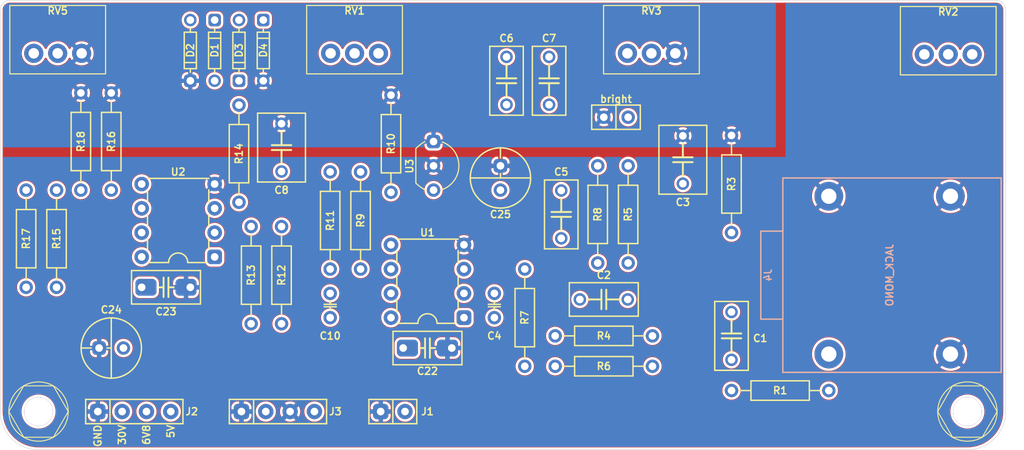
<source format=kicad_pcb>
(kicad_pcb (version 20211014) (generator pcbnew)
  (layers (0 "F.Cu" signal) (31 "B.Cu" signal) (34 "B.Paste" user) (35 "F.Paste" user) (36 "B.SilkS" user "B.Silkscreen") (37 "F.SilkS" user "F.Silkscreen") (38 "B.Mask" user) (39 "F.Mask" user) (44 "Edge.Cuts" user))
  (net 0 "")
  (net 1 "+24V")
  (net 2 "GND")
  (net 3 "Net-(C1-Pad1)")
  (net 4 "Net-(D1-Pad2)")
  (net 5 "Net-(C1-Pad2)")
  (net 6 "Net-(C2-Pad1)")
  (net 7 "Net-(R10-Pad2)")
  (net 8 "Net-(C2-Pad2)")
  (net 9 "Net-(C3-Pad2)")
  (net 10 "Net-(C4-Pad2)")
  (net 11 "Net-(C8-Pad2)")
  (net 12 "Net-(C10-Pad1)")
  (net 13 "Net-(C10-Pad2)")
  (net 14 "/PA_OUT")
  (net 15 "/VGND")
  (net 16 "Net-(C6-Pad1)")
  (net 17 "Net-(D1-Pad1)")
  (net 22 "Net-(D3-Pad2)")
  (net 23 "Net-(J4-Pad6)")
  (net 24 "Net-(R4-Pad1)")
  (net 25 "Net-(R9-Pad1)")
  (net 26 "Net-(R13-Pad1)")
  (net 27 "Net-(R15-Pad1)")
  (net 28 "Net-(R15-Pad2)")
  (net 29 "Net-(R16-Pad2)")
  (net 30 "Net-(RV5-Pad3)")
  (net 31 "/BRT")
  (net 32 "/TRB")
  (net 33 "/BAS")
  (net 34 "/MID")
  (footprint "myAmp:PIN_1x04" (layer "F.Cu") (at 79 93)
    (fp_text reference "J3" (at 6 0 180) (layer "F.SilkS") (effects (font (size 0.75 0.75))))
    (fp_text value "CONN_01X04")
    (fp_line (start 5.08 -1.27) (end 5.08 1.27) (layer "F.SilkS") (width 0.15))
    (fp_line (start -2.54 1.27) (end -2.54 -1.27) (layer "F.SilkS") (width 0.15))
    (fp_line (start 5.08 1.27) (end -5.08 1.27) (layer "F.SilkS") (width 0.15))
    (fp_line (start -5.08 -1.27) (end -5.08 1.27) (layer "F.SilkS") (width 0.15))
    (fp_line (start -5.08 -1.27) (end 5.08 -1.27) (layer "F.SilkS") (width 0.15))
    (pad "1" thru_hole roundrect locked (at -3.81 0) (size 1.6 1.6) (drill 0.8) (layers *.Cu *.Mask) (net 2 "GND"))
    (pad "2" thru_hole circle locked (at -1.27 0) (size 1.6 1.6) (drill 0.8) (layers *.Cu *.Mask) (net 14 "/PA_OUT"))
    (pad "3" thru_hole circle locked (at 1.27 0) (size 1.6 1.6) (drill 0.8) (layers *.Cu *.Mask) (net 2 "GND"))
    (pad "4" thru_hole circle locked (at 3.81 0) (size 1.6 1.6) (drill 0.8) (layers *.Cu *.Mask) (net 14 "/PA_OUT"))
  )
  (footprint "myAmp:MountingHole" (layer "F.Cu") (at 54 93)
    (fp_text reference "J5" hide)
    (fp_text value "HOLE" hide)
    (fp_line (start -1.55 2.684) (end 1.55 2.684) (layer "F.SilkS") (width 0.1))
    (fp_line (start -1.55 -2.684) (end -3.1 0) (layer "F.SilkS") (width 0.1))
    (fp_line (start 1.55 -2.684) (end -1.55 -2.684) (layer "F.SilkS") (width 0.1))
    (fp_line (start 1.55 2.684) (end 3.1 0) (layer "F.SilkS") (width 0.1))
    (fp_line (start -3.1 0) (end -1.55 2.684) (layer "F.SilkS") (width 0.1))
    (fp_line (start 3.1 0) (end 1.55 -2.684) (layer "F.SilkS") (width 0.1))
    (fp_circle (center 0 0) (end 3.1 0) (layer "F.SilkS") (width 0.1) (fill none))
    (pad "1" thru_hole circle locked (at 0 0) (size 3 3) (drill 3) (layers *.Cu *.Mask))
  )
  (footprint "myAmp:MountingHole" (layer "F.Cu") (at 151 93)
    (fp_text reference "J7" hide)
    (fp_text value "HOLE" hide)
    (fp_line (start 3.1 0) (end 1.55 -2.684) (layer "F.SilkS") (width 0.1))
    (fp_line (start -1.55 -2.684) (end -3.1 0) (layer "F.SilkS") (width 0.1))
    (fp_line (start -3.1 0) (end -1.55 2.684) (layer "F.SilkS") (width 0.1))
    (fp_line (start 1.55 -2.684) (end -1.55 -2.684) (layer "F.SilkS") (width 0.1))
    (fp_line (start 1.55 2.684) (end 3.1 0) (layer "F.SilkS") (width 0.1))
    (fp_line (start -1.55 2.684) (end 1.55 2.684) (layer "F.SilkS") (width 0.1))
    (fp_circle (center 0 0) (end 3.1 0) (layer "F.SilkS") (width 0.1) (fill none))
    (pad "1" thru_hole circle locked (at 0 0) (size 3 3) (drill 3) (layers *.Cu *.Mask))
  )
  (footprint "myAmp:POWER" (layer "F.Cu") (at 64 93)
    (fp_text reference "J2" (at 6 0) (layer "F.SilkS") (effects (font (size 0.75 0.75))))
    (fp_text value "POWER" hide)
    (fp_text user "6V8" (at 1.27 1.3 90 unlocked) (layer "F.SilkS") (effects (font (size 0.75 0.75)) (justify right)))
    (fp_text user "5V" (at 3.81 1.3 90 unlocked) (layer "F.SilkS") (effects (font (size 0.75 0.75)) (justify right)))
    (fp_text user "GND" (at -3.81 1.3 90 unlocked) (layer "F.SilkS") (effects (font (size 0.75 0.75)) (justify right)))
    (fp_text user "30V" (at -1.27 1.3 90 unlocked) (layer "F.SilkS") (effects (font (size 0.75 0.75)) (justify right)))
    (fp_line (start 5.08 1.27) (end -5.08 1.27) (layer "F.SilkS") (width 0.15))
    (fp_line (start -5.08 -1.27) (end 5.08 -1.27) (layer "F.SilkS") (width 0.15))
    (fp_line (start 5.08 -1.27) (end 5.08 1.27) (layer "F.SilkS") (width 0.15))
    (fp_line (start -2.54 1.27) (end -2.54 -1.27) (layer "F.SilkS") (width 0.15))
    (fp_line (start -5.08 -1.27) (end -5.08 1.27) (layer "F.SilkS") (width 0.15))
    (pad "1" thru_hole roundrect (at -3.81 0) (size 1.6 1.6) (drill 0.8) (layers *.Cu *.Mask) (net 2 "GND"))
    (pad "2" thru_hole circle (at -1.27 0) (size 1.6 1.6) (drill 0.8) (layers *.Cu *.Mask) (net 1 "+24V"))
    (pad "3" thru_hole circle (at 1.27 0) (size 1.6 1.6) (drill 0.8) (layers *.Cu *.Mask))
    (pad "4" thru_hole circle (at 3.81 0) (size 1.6 1.6) (drill 0.8) (layers *.Cu *.Mask))
  )
  (footprint "myAmp:C_FILM_L7.2mm_W5.5mm_P5.00mm" (layer "F.Cu") (at 121.285 66.675 -90)
    (fp_text reference "C3" (at 4.445 0) (layer "F.SilkS") (effects (font (size 0.75 0.75))))
    (fp_text value "1u" hide)
    (fp_line (start -3.6 -2.5) (end -3.6 2.5) (layer "F.SilkS") (width 0.15))
    (fp_line (start 0.254 -1.016) (end 0.254 1.016) (layer "F.SilkS") (width 0.2))
    (fp_line (start 3.6 2.5) (end 3.6 -2.5) (layer "F.SilkS") (width 0.15))
    (fp_line (start -0.2645 0) (end -1.725 0) (layer "F.SilkS") (width 0.2))
    (fp_line (start 0.254 0) (end 1.725 0) (layer "F.SilkS") (width 0.2))
    (fp_line (start -3.6 2.5) (end 3.6 2.5) (layer "F.SilkS") (width 0.15))
    (fp_line (start 3.6 -2.5) (end -3.6 -2.5) (layer "F.SilkS") (width 0.15))
    (fp_line (start -0.254 -1.016) (end -0.254 1.016) (layer "F.SilkS") (width 0.2))
    (pad "1" thru_hole circle (at -2.5 0 270) (size 1.3 1.3) (drill 0.8) (layers *.Cu *.Mask) (net 15 "/VGND"))
    (pad "2" thru_hole circle (at 2.5 0 270) (size 1.3 1.3) (drill 0.8) (layers *.Cu *.Mask) (net 9 "Net-(C3-Pad2)"))
  )
  (footprint "myAmp:C_2.5MM" (layer "F.Cu") (at 101.6 81.915 -90)
    (fp_text reference "C4" (at 3.175 0) (layer "F.SilkS") (effects (font (size 0.75 0.75))))
    (fp_text value "120p" hide)
    (fp_line (start -0.127 -0.635) (end -0.127 0.635) (layer "F.SilkS") (width 0.15))
    (fp_line (start -0.127 0) (end -0.45 0) (layer "F.SilkS") (width 0.15))
    (fp_line (start 0.127 0.635) (end 0.127 -0.635) (layer "F.SilkS") (width 0.15))
    (fp_line (start 0.127 0) (end 0.45 0) (layer "F.SilkS") (width 0.15))
    (pad "1" thru_hole circle (at -1.27 0 270) (size 1.4 1.4) (drill 0.8) (layers *.Cu *.Mask) (net 8 "Net-(C2-Pad2)"))
    (pad "2" thru_hole circle (at 1.27 0 270) (size 1.4 1.4) (drill 0.8) (layers *.Cu *.Mask) (net 10 "Net-(C4-Pad2)"))
  )
  (footprint "myAmp:DO35" (layer "F.Cu") (at 69.85 55.245 90)
    (fp_text reference "D2" (at 0 0 90) (layer "F.SilkS") (effects (font (size 0.75 0.75))))
    (fp_text value "1N4148")
    (fp_line (start -1.905 0.635) (end 1.905 0.635) (layer "F.SilkS") (width 0.15))
    (fp_line (start 1.905 0.635) (end 1.905 -0.635) (layer "F.SilkS") (width 0.15))
    (fp_line (start -1.27 -0.635) (end -1.27 0.635) (layer "F.SilkS") (width 0.15))
    (fp_line (start 1.905 -0.635) (end -1.905 -0.635) (layer "F.SilkS") (width 0.15))
    (fp_line (start -1.905 -0.635) (end -1.905 0.635) (layer "F.SilkS") (width 0.15))
    (fp_line (start 1.905 0) (end 2.286 0) (layer "F.SilkS") (width 0.15))
    (fp_line (start -1.905 0) (end -2.286 0) (layer "F.SilkS") (width 0.15))
    (pad "1" thru_hole roundrect (at -3.175 0 90) (size 1.3 1.3) (drill 0.8) (layers *.Cu *.Mask) (net 15 "/VGND"))
    (pad "2" thru_hole circle (at 3.175 0 90) (size 1.3 1.3) (drill 0.8) (layers *.Cu *.Mask) (net 17 "Net-(D1-Pad1)"))
  )
  (footprint "myAmp:R_10MM" (layer "F.Cu") (at 126.365 69.215 -90)
    (fp_text reference "R3" (at 0 0 90) (layer "F.SilkS") (effects (font (size 0.75 0.75))))
    (fp_text value "1M" hide)
    (fp_line (start 3.048 -1.016) (end 3.048 1.016) (layer "F.SilkS") (width 0.15))
    (fp_line (start -3.048 0) (end -4.275 0) (layer "F.SilkS") (width 0.15))
    (fp_line (start -3.048 -1.016) (end 3.048 -1.016) (layer "F.SilkS") (width 0.15))
    (fp_line (start -3.048 1.016) (end 3.048 1.016) (layer "F.SilkS") (width 0.15))
    (fp_line (start 3.048 0) (end 4.275 0) (layer "F.SilkS") (width 0.15))
    (fp_line (start -3.048 -1.016) (end -3.048 1.016) (layer "F.SilkS") (width 0.15))
    (pad "1" thru_hole circle (at -5.08 0 270) (size 1.4 1.4) (drill 0.8) (layers *.Cu *.Mask) (net 15 "/VGND"))
    (pad "2" thru_hole circle (at 5.08 0 270) (size 1.4 1.4) (drill 0.8) (layers *.Cu *.Mask) (net 5 "Net-(C1-Pad2)"))
  )
  (footprint "myAmp:R_10MM" (layer "F.Cu") (at 115.57 72.39 -90)
    (fp_text reference "R5" (at 0 0 90) (layer "F.SilkS") (effects (font (size 0.75 0.75))))
    (fp_text value "1k" hide)
    (fp_line (start -3.048 0) (end -4.275 0) (layer "F.SilkS") (width 0.15))
    (fp_line (start 3.048 0) (end 4.275 0) (layer "F.SilkS") (width 0.15))
    (fp_line (start -3.048 1.016) (end 3.048 1.016) (layer "F.SilkS") (width 0.15))
    (fp_line (start 3.048 -1.016) (end 3.048 1.016) (layer "F.SilkS") (width 0.15))
    (fp_line (start -3.048 -1.016) (end -3.048 1.016) (layer "F.SilkS") (width 0.15))
    (fp_line (start -3.048 -1.016) (end 3.048 -1.016) (layer "F.SilkS") (width 0.15))
    (pad "1" thru_hole circle (at -5.08 0 270) (size 1.4 1.4) (drill 0.8) (layers *.Cu *.Mask) (net 31 "/BRT"))
    (pad "2" thru_hole circle (at 5.08 0 270) (size 1.4 1.4) (drill 0.8) (layers *.Cu *.Mask) (net 6 "Net-(C2-Pad1)"))
  )
  (footprint "myAmp:R_10MM" (layer "F.Cu") (at 113.03 88.265 180)
    (fp_text reference "R6" (at 0 0) (layer "F.SilkS") (effects (font (size 0.75 0.75))))
    (fp_text value "4k7" hide)
    (fp_line (start -3.048 1.016) (end 3.048 1.016) (layer "F.SilkS") (width 0.15))
    (fp_line (start -3.048 0) (end -4.275 0) (layer "F.SilkS") (width 0.15))
    (fp_line (start -3.048 -1.016) (end 3.048 -1.016) (layer "F.SilkS") (width 0.15))
    (fp_line (start -3.048 -1.016) (end -3.048 1.016) (layer "F.SilkS") (width 0.15))
    (fp_line (start 3.048 -1.016) (end 3.048 1.016) (layer "F.SilkS") (width 0.15))
    (fp_line (start 3.048 0) (end 4.275 0) (layer "F.SilkS") (width 0.15))
    (pad "1" thru_hole circle (at -5.08 0 180) (size 1.4 1.4) (drill 0.8) (layers *.Cu *.Mask) (net 9 "Net-(C3-Pad2)"))
    (pad "2" thru_hole circle (at 5.08 0 180) (size 1.4 1.4) (drill 0.8) (layers *.Cu *.Mask) (net 8 "Net-(C2-Pad2)"))
  )
  (footprint "myAmp:C_FILM_L7.2mm_W3.5mm_P5.00mm" (layer "F.Cu") (at 108.585 72.39 90)
    (fp_text reference "C5" (at 4.445 0) (layer "F.SilkS") (effects (font (size 0.75 0.75))))
    (fp_text value "250p" hide)
    (fp_line (start -0.254 -1.016) (end -0.254 1.016) (layer "F.SilkS") (width 0.2))
    (fp_line (start -3.6 -1.75) (end -3.6 1.75) (layer "F.SilkS") (width 0.15))
    (fp_line (start -3.6 1.75) (end 3.6 1.75) (layer "F.SilkS") (width 0.15))
    (fp_line (start 0.254 0) (end 1.725 0) (layer "F.SilkS") (width 0.2))
    (fp_line (start 0.254 -1.016) (end 0.254 1.016) (layer "F.SilkS") (width 0.2))
    (fp_line (start 3.6 -1.75) (end -3.6 -1.75) (layer "F.SilkS") (width 0.15))
    (fp_line (start -0.254 0) (end -1.725 0) (layer "F.SilkS") (width 0.2))
    (fp_line (start 3.6 1.75) (end 3.6 -1.75) (layer "F.SilkS") (width 0.15))
    (pad "1" thru_hole circle (at -2.5 0 90) (size 1.3 1.3) (drill 0.8) (layers *.Cu *.Mask) (net 10 "Net-(C4-Pad2)"))
    (pad "2" thru_hole circle (at 2.5 0 90) (size 1.3 1.3) (drill 0.8) (layers *.Cu *.Mask) (net 32 "/TRB"))
  )
  (footprint "myAmp:DO35" (layer "F.Cu") (at 74.93 55.245 90)
    (fp_text reference "D3" (at 0 0 90) (layer "F.SilkS") (effects (font (size 0.75 0.75))))
    (fp_text value "1N4148")
    (fp_line (start 1.905 0) (end 2.286 0) (layer "F.SilkS") (width 0.15))
    (fp_line (start -1.905 0.635) (end 1.905 0.635) (layer "F.SilkS") (width 0.15))
    (fp_line (start 1.905 0.635) (end 1.905 -0.635) (layer "F.SilkS") (width 0.15))
    (fp_line (start 1.905 -0.635) (end -1.905 -0.635) (layer "F.SilkS") (width 0.15))
    (fp_line (start -1.27 -0.635) (end -1.27 0.635) (layer "F.SilkS") (width 0.15))
    (fp_line (start -1.905 -0.635) (end -1.905 0.635) (layer "F.SilkS") (width 0.15))
    (fp_line (start -1.905 0) (end -2.286 0) (layer "F.SilkS") (width 0.15))
    (pad "1" thru_hole roundrect (at -3.175 0 90) (size 1.3 1.3) (drill 0.8) (layers *.Cu *.Mask) (net 4 "Net-(D1-Pad2)"))
    (pad "2" thru_hole circle (at 3.175 0 90) (size 1.3 1.3) (drill 0.8) (layers *.Cu *.Mask) (net 22 "Net-(D3-Pad2)"))
  )
  (footprint "myAmp:DO35" (layer "F.Cu") (at 77.47 55.245 -90)
    (fp_text reference "D4" (at 0 0 90) (layer "F.SilkS") (effects (font (size 0.75 0.75))))
    (fp_text value "1N4148")
    (fp_line (start 1.905 -0.635) (end -1.905 -0.635) (layer "F.SilkS") (width 0.15))
    (fp_line (start 1.905 0) (end 2.286 0) (layer "F.SilkS") (width 0.15))
    (fp_line (start 1.905 0.635) (end 1.905 -0.635) (layer "F.SilkS") (width 0.15))
    (fp_line (start -1.27 -0.635) (end -1.27 0.635) (layer "F.SilkS") (width 0.15))
    (fp_line (start -1.905 0.635) (end 1.905 0.635) (layer "F.SilkS") (width 0.15))
    (fp_line (start -1.905 0) (end -2.286 0) (layer "F.SilkS") (width 0.15))
    (fp_line (start -1.905 -0.635) (end -1.905 0.635) (layer "F.SilkS") (width 0.15))
    (pad "1" thru_hole roundrect (at -3.175 0 270) (size 1.3 1.3) (drill 0.8) (layers *.Cu *.Mask) (net 22 "Net-(D3-Pad2)"))
    (pad "2" thru_hole circle (at 3.175 0 270) (size 1.3 1.3) (drill 0.8) (layers *.Cu *.Mask) (net 15 "/VGND"))
  )
  (footprint "myAmp:R_10MM" (layer "F.Cu") (at 104.775 83.185 -90)
    (fp_text reference "R7" (at 0 0 -270) (layer "F.SilkS") (effects (font (size 0.75 0.75))))
    (fp_text value "47k" hide)
    (fp_line (start -3.048 0) (end -4.275 0) (layer "F.SilkS") (width 0.15))
    (fp_line (start 3.048 0) (end 4.275 0) (layer "F.SilkS") (width 0.15))
    (fp_line (start -3.048 -1.016) (end -3.048 1.016) (layer "F.SilkS") (width 0.15))
    (fp_line (start -3.048 1.016) (end 3.048 1.016) (layer "F.SilkS") (width 0.15))
    (fp_line (start 3.048 -1.016) (end 3.048 1.016) (layer "F.SilkS") (width 0.15))
    (fp_line (start -3.048 -1.016) (end 3.048 -1.016) (layer "F.SilkS") (width 0.15))
    (pad "1" thru_hole circle (at -5.08 0 270) (size 1.4 1.4) (drill 0.8) (layers *.Cu *.Mask) (net 10 "Net-(C4-Pad2)"))
    (pad "2" thru_hole circle (at 5.08 0 270) (size 1.4 1.4) (drill 0.8) (layers *.Cu *.Mask) (net 8 "Net-(C2-Pad2)"))
  )
  (footprint "myAmp:R_10MM" (layer "F.Cu") (at 112.395 72.39 -90)
    (fp_text reference "R8" (at 0 0 90) (layer "F.SilkS") (effects (font (size 0.75 0.75))))
    (fp_text value "100k" hide)
    (fp_line (start -3.048 1.016) (end 3.048 1.016) (layer "F.SilkS") (width 0.15))
    (fp_line (start -3.048 -1.016) (end 3.048 -1.016) (layer "F.SilkS") (width 0.15))
    (fp_line (start -3.048 0) (end -4.275 0) (layer "F.SilkS") (width 0.15))
    (fp_line (start 3.048 -1.016) (end 3.048 1.016) (layer "F.SilkS") (width 0.15))
    (fp_line (start 3.048 0) (end 4.275 0) (layer "F.SilkS") (width 0.15))
    (fp_line (start -3.048 -1.016) (end -3.048 1.016) (layer "F.SilkS") (width 0.15))
    (pad "1" thru_hole circle (at -5.08 0 270) (size 1.4 1.4) (drill 0.8) (layers *.Cu *.Mask) (net 16 "Net-(C6-Pad1)"))
    (pad "2" thru_hole circle (at 5.08 0 270) (size 1.4 1.4) (drill 0.8) (layers *.Cu *.Mask) (net 10 "Net-(C4-Pad2)"))
  )
  (footprint "myAmp:C_FILM_L7.2mm_W3.5mm_P5.00mm" (layer "F.Cu") (at 113.03 81.28 180)
    (fp_text reference "C2" (at 0 2.54) (layer "F.SilkS") (effects (font (size 0.75 0.75))))
    (fp_text value "22n" hide)
    (fp_line (start -0.254 0) (end -1.725 0) (layer "F.SilkS") (width 0.2))
    (fp_line (start 0.254 -1.016) (end 0.254 1.016) (layer "F.SilkS") (width 0.2))
    (fp_line (start 0.254 0) (end 1.725 0) (layer "F.SilkS") (width 0.2))
    (fp_line (start 3.6 -1.75) (end -3.6 -1.75) (layer "F.SilkS") (width 0.15))
    (fp_line (start -3.6 -1.75) (end -3.6 1.75) (layer "F.SilkS") (width 0.15))
    (fp_line (start 3.6 1.75) (end 3.6 -1.75) (layer "F.SilkS") (width 0.15))
    (fp_line (start -0.254 -1.016) (end -0.254 1.016) (layer "F.SilkS") (width 0.2))
    (fp_line (start -3.6 1.75) (end 3.6 1.75) (layer "F.SilkS") (width 0.15))
    (pad "1" thru_hole circle (at -2.5 0 180) (size 1.3 1.3) (drill 0.8) (layers *.Cu *.Mask) (net 6 "Net-(C2-Pad1)"))
    (pad "2" thru_hole circle (at 2.5 0 180) (size 1.3 1.3) (drill 0.8) (layers *.Cu *.Mask) (net 8 "Net-(C2-Pad2)"))
  )
  (footprint "myAmp:C_FILM_L7.2mm_W3.5mm_P5.00mm" (layer "F.Cu") (at 102.87 58.42 90)
    (fp_text reference "C6" (at 4.445 0) (layer "F.SilkS") (effects (font (size 0.75 0.75))))
    (fp_text value "100n" hide)
    (fp_line (start -3.6 -1.75) (end -3.6 1.75) (layer "F.SilkS") (width 0.15))
    (fp_line (start -3.6 1.75) (end 3.6 1.75) (layer "F.SilkS") (width 0.15))
    (fp_line (start -0.254 -1.016) (end -0.254 1.016) (layer "F.SilkS") (width 0.2))
    (fp_line (start 0.254 -1.016) (end 0.254 1.016) (layer "F.SilkS") (width 0.2))
    (fp_line (start 3.6 1.75) (end 3.6 -1.75) (layer "F.SilkS") (width 0.15))
    (fp_line (start 3.6 -1.75) (end -3.6 -1.75) (layer "F.SilkS") (width 0.15))
    (fp_line (start -0.254 0) (end -1.725 0) (layer "F.SilkS") (width 0.2))
    (fp_line (start 0.254 0) (end 1.725 0) (layer "F.SilkS") (width 0.2))
    (pad "1" thru_hole circle (at -2.5 0 90) (size 1.3 1.3) (drill 0.8) (layers *.Cu *.Mask) (net 16 "Net-(C6-Pad1)"))
    (pad "2" thru_hole circle (at 2.5 0 90) (size 1.3 1.3) (drill 0.8) (layers *.Cu *.Mask) (net 33 "/BAS"))
  )
  (footprint "myAmp:C_FILM_L7.2mm_W3.5mm_P5.00mm" (layer "F.Cu") (at 107.315 58.42 90)
    (fp_text reference "C7" (at 4.445 0) (layer "F.SilkS") (effects (font (size 0.75 0.75))))
    (fp_text value "47n" hide)
    (fp_line (start -3.6 -1.75) (end -3.6 1.75) (layer "F.SilkS") (width 0.15))
    (fp_line (start -0.254 0) (end -1.725 0) (layer "F.SilkS") (width 0.2))
    (fp_line (start 3.6 -1.75) (end -3.6 -1.75) (layer "F.SilkS") (width 0.15))
    (fp_line (start 0.254 -1.016) (end 0.254 1.016) (layer "F.SilkS") (width 0.2))
    (fp_line (start 3.6 1.75) (end 3.6 -1.75) (layer "F.SilkS") (width 0.15))
    (fp_line (start -3.6 1.75) (end 3.6 1.75) (layer "F.SilkS") (width 0.15))
    (fp_line (start -0.254 -1.016) (end -0.254 1.016) (layer "F.SilkS") (width 0.2))
    (fp_line (start 0.254 0) (end 1.725 0) (layer "F.SilkS") (width 0.2))
    (pad "1" thru_hole circle (at -2.5 0 90) (size 1.3 1.3) (drill 0.8) (layers *.Cu *.Mask) (net 16 "Net-(C6-Pad1)"))
    (pad "2" thru_hole circle (at 2.5 0 90) (size 1.3 1.3) (drill 0.8) (layers *.Cu *.Mask) (net 34 "/MID"))
  )
  (footprint "myAmp:BOURNS_PTD901_xx15K" (layer "F.Cu") (at 149 55.655 180)
    (fp_text reference "RV2" (at 0 4.445) (layer "F.SilkS") (effects (font (size 0.75 0.75))))
    (fp_text value "A250k")
    (fp_line (start -5 -2.15) (end 5 -2.15) (layer "F.SilkS") (width 0.12))
    (fp_line (start -5 5) (end -5 -2.1) (layer "F.SilkS") (width 0.12))
    (fp_line (start 5 -2.1) (end 5 5) (layer "F.SilkS") (width 0.12))
    (fp_line (start 5 5) (end -5 5) (layer "F.SilkS") (width 0.12))
    (pad "1" thru_hole circle (at -2.5 0 180) (size 2 2) (drill 1.1) (layers *.Cu *.Mask) (net 34 "/MID"))
    (pad "2" thru_hole circle (at 0 0 180) (size 2 2) (drill 1.1) (layers *.Cu *.Mask) (net 33 "/BAS"))
    (pad "3" thru_hole circle (at 2.5 0 180) (size 2 2) (drill 1.1) (layers *.Cu *.Mask) (net 33 "/BAS"))
  )
  (footprint "myAmp:BOURNS_PTD901_xx15K" (layer "F.Cu") (at 118 55.55 180)
    (fp_text reference "RV3" (at 0 4.445) (layer "F.SilkS") (effects (font (size 0.75 0.75))))
    (fp_text value "B10k")
    (fp_line (start 5 5) (end -5 5) (layer "F.SilkS") (width 0.12))
    (fp_line (start -5 5) (end -5 -2.1) (layer "F.SilkS") (width 0.12))
    (fp_line (start 5 -2.1) (end 5 5) (layer "F.SilkS") (width 0.12))
    (fp_line (start -5 -2.15) (end 5 -2.15) (layer "F.SilkS") (width 0.12))
    (pad "1" thru_hole circle (at -2.5 0 180) (size 2 2) (drill 1.1) (layers *.Cu *.Mask) (net 15 "/VGND"))
    (pad "2" thru_hole circle (at 0 0 180) (size 2 2) (drill 1.1) (layers *.Cu *.Mask) (net 34 "/MID"))
    (pad "3" thru_hole circle (at 2.5 0 180) (size 2 2) (drill 1.1) (layers *.Cu *.Mask) (net 34 "/MID"))
  )
  (footprint "myAmp:R_10MM" (layer "F.Cu") (at 113.03 85.09)
    (fp_text reference "R4" (at 0 0) (layer "F.SilkS") (effects (font (size 0.75 0.75))))
    (fp_text value "1k" hide)
    (fp_line (start 3.048 0) (end 4.275 0) (layer "F.SilkS") (width 0.15))
    (fp_line (start -3.048 -1.016) (end 3.048 -1.016) (layer "F.SilkS") (width 0.15))
    (fp_line (start -3.048 1.016) (end 3.048 1.016) (layer "F.SilkS") (width 0.15))
    (fp_line (start -3.048 0) (end -4.275 0) (layer "F.SilkS") (width 0.15))
    (fp_line (start -3.048 -1.016) (end -3.048 1.016) (layer "F.SilkS") (width 0.15))
    (fp_line (start 3.048 -1.016) (end 3.048 1.016) (layer "F.SilkS") (width 0.15))
    (pad "1" thru_hole circle (at -5.08 0) (size 1.4 1.4) (drill 0.8) (layers *.Cu *.Mask) (net 24 "Net-(R4-Pad1)"))
    (pad "2" thru_hole circle (at 5.08 0) (size 1.4 1.4) (drill 0.8) (layers *.Cu *.Mask) (net 5 "Net-(C1-Pad2)"))
  )
  (footprint "myAmp:DIP-8" (layer "F.Cu") (at 94.615 79.375 180)
    (fp_text reference "U1" (at 0 5.08) (layer "F.SilkS") (effects (font (size 0.75 0.75))))
    (fp_text value "OPA2134")
    (fp_line (start -3.2 3.2) (end -3.2 1.9) (layer "F.SilkS") (width 0.15))
    (fp_line (start 3.2 0.6) (end 3.2 -0.6) (layer "F.SilkS") (width 0.15))
    (fp_line (start 3.2 -3.2) (end 3.2 -1.9) (layer "F.SilkS") (width 0.15))
    (fp_line (start -3.2 -1.9) (end -3.2 -3) (layer "F.SilkS") (width 0.15))
    (fp_line (start 3.2 3.1) (end 3.2 1.9) (layer "F.SilkS") (width 0.15))
    (fp_line (start 3.2 4.4) (end -3.2 4.4) (layer "F.SilkS") (width 0.15))
    (fp_line (start -3.2 0.6) (end -3.2 -0.6) (layer "F.SilkS") (width 0.15))
    (fp_line (start -3 -4.4) (end -1 -4.4) (layer "F.SilkS") (width 0.15))
    (fp_line (start 3.2 -4.4) (end 1 -4.4) (layer "F.SilkS") (width 0.15))
    (fp_arc (start 1 -4.4) (mid 0 -3.4) (end -1 -4.4) (layer "F.SilkS") (width 0.15))
    (pad "1" thru_hole roundrect locked (at -3.81 -3.81 180) (size 1.524 1.524) (drill 0.8) (layers *.Cu *.Mask) (net 10 "Net-(C4-Pad2)"))
    (pad "2" thru_hole circle locked (at -3.81 -1.27 180) (size 1.524 1.524) (drill 0.8) (layers *.Cu *.Mask) (net 8 "Net-(C2-Pad2)"))
    (pad "3" thru_hole circle locked (at -3.81 1.27 180) (size 1.524 1.524) (drill 0.8) (layers *.Cu *.Mask) (net 24 "Net-(R4-Pad1)"))
    (pad "4" thru_hole circle locked (at -3.81 3.81 180) (size 1.524 1.524) (drill 0.8) (layers *.Cu *.Mask) (net 2 "GND"))
    (pad "5" thru_hole circle locked (at 3.81 3.81 180) (size 1.524 1.524) (drill 0.8) (layers *.Cu *.Mask) (net 25 "Net-(R9-Pad1)"))
    (pad "6" thru_hole circle locked (at 3.81 1.27 180) (size 1.524 1.524) (drill 0.8) (layers *.Cu *.Mask) (net 12 "Net-(C10-Pad1)"))
    (pad "7" thru_hole circle locked (at 3.81 -1.27 180) (size 1.524 1.524) (drill 0.8) (layers *.Cu *.Mask) (net 13 "Net-(C10-Pad2)"))
    (pad "8" thru_hole circle locked (at 3.81 -3.81 180) (size 1.524 1.524) (drill 0.8) (layers *.Cu *.Mask) (net 1 "+24V"))
  )
  (footprint "myAmp:JUMPER" (layer "F.Cu") (at 114.3 62.23)
    (fp_text reference "SW1")
    (fp_text value "bright" (at 0 -1.905) (layer "F.SilkS") (effects (font (size 0.75 0.75))))
    (fp_line (start 2.54 -1.27) (end -2.54 -1.27) (layer "F.SilkS") (width 0.15))
    (fp_line (start -2.54 -1.27) (end -2.54 1.27) (layer "F.SilkS") (width 0.15))
    (fp_line (start -2.54 1.27) (end 2.54 1.27) (layer "F.SilkS") (width 0.15))
    (fp_line (start 2.54 1.27) (end 2.54 -1.27) (layer "F.SilkS") (width 0.15))
    (fp_line (start 0 1.27) (end 0 -1.27) (layer "F.SilkS") (width 0.15))
    (pad "1" thru_hole circle (at -1.27 0) (size 1.4 1.4) (drill 0.8) (layers *.Cu *.Mask) (net 15 "/VGND"))
    (pad "2" thru_hole circle (at 1.27 0) (size 1.4 1.4) (drill 0.8) (layers *.Cu *.Mask) (net 31 "/BRT"))
  )
  (footprint "myAmp:C_FILM_L7.2mm_W3.5mm_P5.00mm" (layer "F.Cu") (at 126.365 85.09 90)
    (fp_text reference "C1" (at -0.254 3) (layer "F.SilkS") (effects (font (size 0.75 0.75))))
    (fp_text value "47nF" hide)
    (fp_line (start -0.254 -1.016) (end -0.254 1.016) (layer "F.SilkS") (width 0.2))
    (fp_line (start -0.254 0) (end -1.725 0) (layer "F.SilkS") (width 0.2))
    (fp_line (start 0.254 -1.016) (end 0.254 1.016) (layer "F.SilkS") (width 0.2))
    (fp_line (start -3.6 1.75) (end 3.6 1.75) (layer "F.SilkS") (width 0.15))
    (fp_line (start -3.6 -1.75) (end -3.6 1.75) (layer "F.SilkS") (width 0.15))
    (fp_line (start 3.6 -1.75) (end -3.6 -1.75) (layer "F.SilkS") (width 0.15))
    (fp_line (start 3.6 1.75) (end 3.6 -1.75) (layer "F.SilkS") (width 0.15))
    (fp_line (start 0.254 0) (end 1.725 0) (layer "F.SilkS") (width 0.2))
    (pad "1" thru_hole circle (at -2.5 0 90) (size 1.3 1.3) (drill 0.8) (layers *.Cu *.Mask) (net 3 "Net-(C1-Pad1)"))
    (pad "2" thru_hole circle (at 2.5 0 90) (size 1.3 1.3) (drill 0.8) (layers *.Cu *.Mask) (net 5 "Net-(C1-Pad2)"))
  )
  (footprint "myAmp:DO35" (layer "F.Cu") (at 72.39 55.245 -90)
    (fp_text reference "D1" (at 0 0 -270) (layer "F.SilkS") (effects (font (size 0.75 0.75))))
    (fp_text value "1N4148")
    (fp_line (start -1.905 0) (end -2.286 0) (layer "F.SilkS") (width 0.15))
    (fp_line (start 1.905 0) (end 2.286 0) (layer "F.SilkS") (width 0.15))
    (fp_line (start -1.905 0.635) (end 1.905 0.635) (layer "F.SilkS") (width 0.15))
    (fp_line (start -1.905 -0.635) (end -1.905 0.635) (layer "F.SilkS") (width 0.15))
    (fp_line (start 1.905 -0.635) (end -1.905 -0.635) (layer "F.SilkS") (width 0.15))
    (fp_line (start 1.905 0.635) (end 1.905 -0.635) (layer "F.SilkS") (width 0.15))
    (fp_line (start -1.27 -0.635) (end -1.27 0.635) (layer "F.SilkS") (width 0.15))
    (pad "1" thru_hole roundrect (at -3.175 0 270) (size 1.3 1.3) (drill 0.8) (layers *.Cu *.Mask) (net 17 "Net-(D1-Pad1)"))
    (pad "2" thru_hole circle (at 3.175 0 270) (size 1.3 1.3) (drill 0.8) (layers *.Cu *.Mask) (net 4 "Net-(D1-Pad2)"))
  )
  (footprint "myAmp:R_10MM" (layer "F.Cu") (at 131.445 90.805)
    (fp_text reference "R1" (at 0 0) (layer "F.SilkS") (effects (font (size 0.75 0.75))))
    (fp_text value "100k" hide)
    (fp_line (start -3.048 -1.016) (end -3.048 1.016) (layer "F.SilkS") (width 0.15))
    (fp_line (start 3.048 -1.016) (end 3.048 1.016) (layer "F.SilkS") (width 0.15))
    (fp_line (start -3.048 -1.016) (end 3.048 -1.016) (layer "F.SilkS") (width 0.15))
    (fp_line (start 3.048 0) (end 4.275 0) (layer "F.SilkS") (width 0.15))
    (fp_line (start -3.048 0) (end -4.275 0) (layer "F.SilkS") (width 0.15))
    (fp_line (start -3.048 1.016) (end 3.048 1.016) (layer "F.SilkS") (width 0.15))
    (pad "1" thru_hole circle (at -5.08 0) (size 1.4 1.4) (drill 0.8) (layers *.Cu *.Mask) (net 3 "Net-(C1-Pad1)"))
    (pad "2" thru_hole circle (at 5.08 0) (size 1.4 1.4) (drill 0.8) (layers *.Cu *.Mask) (net 23 "Net-(J4-Pad6)"))
  )
  (footprint "myAmp:R_10MM" (layer "F.Cu") (at 79.375 78.74 90)
    (fp_text reference "R12" (at 0 0 90) (layer "F.SilkS") (effects (font (size 0.75 0.75))))
    (fp_text value "10k" hide)
    (fp_line (start -3.048 0) (end -4.275 0) (layer "F.SilkS") (width 0.15))
    (fp_line (start 3.048 -1.016) (end 3.048 1.016) (layer "F.SilkS") (width 0.15))
    (fp_line (start 3.048 0) (end 4.275 0) (layer "F.SilkS") (width 0.15))
    (fp_line (start -3.048 -1.016) (end -3.048 1.016) (layer "F.SilkS") (width 0.15))
    (fp_line (start -3.048 -1.016) (end 3.048 -1.016) (layer "F.SilkS") (width 0.15))
    (fp_line (start -3.048 1.016) (end 3.048 1.016) (layer "F.SilkS") (width 0.15))
    (pad "1" thru_hole circle (at -5.08 0 90) (size 1.4 1.4) (drill 0.8) (layers *.Cu *.Mask) (net 13 "Net-(C10-Pad2)"))
    (pad "2" thru_hole circle (at 5.08 0 90) (size 1.4 1.4) (drill 0.8) (layers *.Cu *.Mask) (net 12 "Net-(C10-Pad1)"))
  )
  (footprint "myAmp:C_FILM_L7.2mm_W5.5mm_P5.00mm" (layer "F.Cu") (at 79.375 65.405 -90)
    (fp_text reference "C8" (at 4.445 0) (layer "F.SilkS") (effects (font (size 0.75 0.75))))
    (fp_text value "1u" hide)
    (fp_line (start -3.6 -2.5) (end -3.6 2.5) (layer "F.SilkS") (width 0.15))
    (fp_line (start 3.6 -2.5) (end -3.6 -2.5) (layer "F.SilkS") (width 0.15))
    (fp_line (start 0.254 -1.016) (end 0.254 1.016) (layer "F.SilkS") (width 0.2))
    (fp_line (start 0.254 0) (end 1.725 0) (layer "F.SilkS") (width 0.2))
    (fp_line (start -0.2645 0) (end -1.725 0) (layer "F.SilkS") (width 0.2))
    (fp_line (start 3.6 2.5) (end 3.6 -2.5) (layer "F.SilkS") (width 0.15))
    (fp_line (start -0.254 -1.016) (end -0.254 1.016) (layer "F.SilkS") (width 0.2))
    (fp_line (start -3.6 2.5) (end 3.6 2.5) (layer "F.SilkS") (width 0.15))
    (pad "1" thru_hole circle (at -2.5 0 270) (size 1.3 1.3) (drill 0.8) (layers *.Cu *.Mask) (net 15 "/VGND"))
    (pad "2" thru_hole circle (at 2.5 0 270) (size 1.3 1.3) (drill 0.8) (layers *.Cu *.Mask) (net 11 "Net-(C8-Pad2)"))
  )
  (footprint "myAmp:C_5MM_1206" (layer "F.Cu") (at 94.615 86.36 180)
    (fp_text reference "C22" (at 0 -2.413) (layer "F.SilkS") (effects (font (size 0.75 0.75))))
    (fp_text value "100nF" hide)
    (fp_line (start -3.6 1.75) (end 3.6 1.75) (layer "F.SilkS") (width 0.15))
    (fp_line (start 3.6 1.75) (end 3.6 -1.75) (layer "F.SilkS") (width 0.15))
    (fp_line (start -0.254 -1.016) (end -0.254 1.016) (layer "F.SilkS") (width 0.2))
    (fp_line (start 0.254 -1.016) (end 0.254 1.016) (layer "F.SilkS") (width 0.2))
    (fp_line (start -3.6 -1.75) (end -3.6 1.75) (layer "F.SilkS") (width 0.15))
    (fp_line (start 0.254 0) (end 0.8 0) (layer "F.SilkS") (width 0.2))
    (fp_line (start -3.6 -1.75) (end 3.6 -1.75) (layer "F.SilkS") (width 0.15))
    (fp_line (start -0.254 0) (end -0.8 0) (layer "F.SilkS") (width 0.2))
    (pad "1" thru_hole roundrect locked (at -2.54 0 180) (size 2.2 1.75) (drill 0.8 (offset 0.45 0)) (layers *.Cu *.Mask) (net 2 "GND"))
    (pad "2" thru_hole roundrect locked (at 2.54 0 180) (size 2.2 1.75) (drill 0.8 (offset -0.45 0)) (layers *.Cu *.Mask) (net 1 "+24V"))
  )
  (footprint "myAmp:DIP-8" (layer "F.Cu") (at 68.58 73.025 180)
    (fp_text reference "U2" (at 0 5.08) (layer "F.SilkS") (effects (font (size 0.75 0.75))))
    (fp_text value "OPA2134")
    (fp_line (start 3.2 0.6) (end 3.2 -0.6) (layer "F.SilkS") (width 0.15))
    (fp_line (start 3.2 -3.2) (end 3.2 -1.9) (layer "F.SilkS") (width 0.15))
    (fp_line (start 3.2 4.4) (end -3.2 4.4) (layer "F.SilkS") (width 0.15))
    (fp_line (start -3 -4.4) (end -1 -4.4) (layer "F.SilkS") (width 0.15))
    (fp_line (start -3.2 -1.9) (end -3.2 -3) (layer "F.SilkS") (width 0.15))
    (fp_line (start -3.2 3.2) (end -3.2 1.9) (layer "F.SilkS") (width 0.15))
    (fp_line (start 3.2 -4.4) (end 1 -4.4) (layer "F.SilkS") (width 0.15))
    (fp_line (start 3.2 3.1) (end 3.2 1.9) (layer "F.SilkS") (width 0.15))
    (fp_line (start -3.2 0.6) (end -3.2 -0.6) (layer "F.SilkS") (width 0.15))
    (fp_arc (start 1 -4.4) (mid 0 -3.4) (end -1 -4.4) (layer "F.SilkS") (width 0.15))
    (pad "1" thru_hole roundrect locked (at -3.81 -3.81 180) (size 1.524 1.524) (drill 0.8) (layers *.Cu *.Mask) (net 30 "Net-(RV5-Pad3)"))
    (pad "2" thru_hole circle locked (at -3.81 -1.27 180) (size 1.524 1.524) (drill 0.8) (layers *.Cu *.Mask) (net 30 "Net-(RV5-Pad3)"))
    (pad "3" thru_hole circle locked (at -3.81 1.27 180) (size 1.524 1.524) (drill 0.8) (layers *.Cu *.Mask) (net 26 "Net-(R13-Pad1)"))
    (pad "4" thru_hole circle locked (at -3.81 3.81 180) (size 1.524 1.524) (drill 0.8) (layers *.Cu *.Mask) (net 2 "GND"))
    (pad "5" thru_hole circle locked (at 3.81 3.81 180) (size 1.524 1.524) (drill 0.8) (layers *.Cu *.Mask) (net 29 "Net-(R16-Pad2)"))
    (pad "6" thru_hole circle locked (at 3.81 1.27 180) (size 1.524 1.524) (drill 0.8) (layers *.Cu *.Mask) (net 28 "Net-(R15-Pad2)"))
    (pad "7" thru_hole circle locked (at 3.81 -1.27 180) (size 1.524 1.524) (drill 0.8) (layers *.Cu *.Mask) (net 27 "Net-(R15-Pad1)"))
    (pad "8" thru_hole circle locked (at 3.81 -3.81 180) (size 1.524 1.524) (drill 0.8) (layers *.Cu *.Mask) (net 1 "+24V"))
  )
  (footprint "myAmp:R_10MM" (layer "F.Cu") (at 61.595 64.77 -90)
    (fp_text reference "R16" (at 0 0 90) (layer "F.SilkS") (effects (font (size 0.75 0.75))))
    (fp_text value "100k" hide)
    (fp_line (start -3.048 -1.016) (end 3.048 -1.016) (layer "F.SilkS") (width 0.15))
    (fp_line (start -3.048 0) (end -4.275 0) (layer "F.SilkS") (width 0.15))
    (fp_line (start -3.048 -1.016) (end -3.048 1.016) (layer "F.SilkS") (width 0.15))
    (fp_line (start -3.048 1.016) (end 3.048 1.016) (layer "F.SilkS") (width 0.15))
    (fp_line (start 3.048 -1.016) (end 3.048 1.016) (layer "F.SilkS") (width 0.15))
    (fp_line (start 3.048 0) (end 4.275 0) (layer "F.SilkS") (width 0.15))
    (pad "1" thru_hole circle (at -5.08 0 270) (size 1.4 1.4) (drill 0.8) (layers *.Cu *.Mask) (net 15 "/VGND"))
    (pad "2" thru_hole circle (at 5.08 0 270) (size 1.4 1.4) (drill 0.8) (layers *.Cu *.Mask) (net 29 "Net-(R16-Pad2)"))
  )
  (footprint "myAmp:R_10MM" (layer "F.Cu") (at 55.88 74.93 90)
    (fp_text reference "R15" (at 0 0 90) (layer "F.SilkS") (effects (font (size 0.75 0.75))))
    (fp_text value "10k" hide)
    (fp_line (start 3.048 -1.016) (end 3.048 1.016) (layer "F.SilkS") (width 0.15))
    (fp_line (start -3.048 0) (end -4.275 0) (layer "F.SilkS") (width 0.15))
    (fp_line (start -3.048 -1.016) (end -3.048 1.016) (layer "F.SilkS") (width 0.15))
    (fp_line (start 3.048 0) (end 4.275 0) (layer "F.SilkS") (width 0.15))
    (fp_line (start -3.048 -1.016) (end 3.048 -1.016) (layer "F.SilkS") (width 0.15))
    (fp_line (start -3.048 1.016) (end 3.048 1.016) (layer "F.SilkS") (width 0.15))
    (pad "1" thru_hole circle (at -5.08 0 90) (size 1.4 1.4) (drill 0.8) (layers *.Cu *.Mask) (net 27 "Net-(R15-Pad1)"))
    (pad "2" thru_hole circle (at 5.08 0 90) (size 1.4 1.4) (drill 0.8) (layers *.Cu *.Mask) (net 28 "Net-(R15-Pad2)"))
  )
  (footprint "myAmp:BOURNS_PTD901_xx15K" (layer "F.Cu") (at 87 55.55 180)
    (fp_text reference "RV1" (at 0 4.445) (layer "F.SilkS") (effects (font (size 0.75 0.75))))
    (fp_text value "A250k")
    (fp_line (start 5 -2.1) (end 5 5) (layer "F.SilkS") (width 0.12))
    (fp_line (start 5 5) (end -5 5) (layer "F.SilkS") (width 0.12))
    (fp_line (start -5 5) (end -5 -2.1) (layer "F.SilkS") (width 0.12))
    (fp_line (start -5 -2.15) (end 5 -2.15) (layer "F.SilkS") (width 0.12))
    (pad "1" thru_hole circle (at -2.5 0 180) (size 2 2) (drill 1.1) (layers *.Cu *.Mask) (net 33 "/BAS"))
    (pad "2" thru_hole circle (at 0 0 180) (size 2 2) (drill 1.1) (layers *.Cu *.Mask) (net 7 "Net-(R10-Pad2)"))
    (pad "3" thru_hole circle (at 2.5 0 180) (size 2 2) (drill 1.1) (layers *.Cu *.Mask) (net 32 "/TRB"))
  )
  (footprint "myAmp:R_10MM" (layer "F.Cu") (at 52.705 74.93 -90)
    (fp_text reference "R17" (at 0 0 90) (layer "F.SilkS") (effects (font (size 0.75 0.75))))
    (fp_text value "220" hide)
    (fp_line (start 3.048 -1.016) (end 3.048 1.016) (layer "F.SilkS") (width 0.15))
    (fp_line (start -3.048 -1.016) (end 3.048 -1.016) (layer "F.SilkS") (width 0.15))
    (fp_line (start -3.048 0) (end -4.275 0) (layer "F.SilkS") (width 0.15))
    (fp_line (start 3.048 0) (end 4.275 0) (layer "F.SilkS") (width 0.15))
    (fp_line (start -3.048 1.016) (end 3.048 1.016) (layer "F.SilkS") (width 0.15))
    (fp_line (start -3.048 -1.016) (end -3.048 1.016) (layer "F.SilkS") (width 0.15))
    (pad "1" thru_hole circle (at -5.08 0 270) (size 1.4 1.4) (drill 0.8) (layers *.Cu *.Mask) (net 14 "/PA_OUT"))
    (pad "2" thru_hole circle (at 5.08 0 270) (size 1.4 1.4) (drill 0.8) (layers *.Cu *.Mask) (net 27 "Net-(R15-Pad1)"))
  )
  (footprint "myAmp:R_10MM" (layer "F.Cu") (at 76.2 78.74 -90)
    (fp_text reference "R13" (at 0 0 90) (layer "F.SilkS") (effects (font (size 0.75 0.75))))
    (fp_text value "4k7" hide)
    (fp_line (start 3.048 -1.016) (end 3.048 1.016) (layer "F.SilkS") (width 0.15))
    (fp_line (start -3.048 0) (end -4.275 0) (layer "F.SilkS") (width 0.15))
    (fp_line (start -3.048 1.016) (end 3.048 1.016) (layer "F.SilkS") (width 0.15))
    (fp_line (start -3.048 -1.016) (end 3.048 -1.016) (layer "F.SilkS") (width 0.15))
    (fp_line (start -3.048 -1.016) (end -3.048 1.016) (layer "F.SilkS") (width 0.15))
    (fp_line (start 3.048 0) (end 4.275 0) (layer "F.SilkS") (width 0.15))
    (pad "1" thru_hole circle (at -5.08 0 270) (size 1.4 1.4) (drill 0.8) (layers *.Cu *.Mask) (net 26 "Net-(R13-Pad1)"))
    (pad "2" thru_hole circle (at 5.08 0 270) (size 1.4 1.4) (drill 0.8) (layers *.Cu *.Mask) (net 13 "Net-(C10-Pad2)"))
  )
  (footprint "myAmp:R_10MM" (layer "F.Cu") (at 58.42 64.77 -90)
    (fp_text reference "R18" (at 0 0 90) (layer "F.SilkS") (effects (font (size 0.75 0.75))))
    (fp_text value "10k" hide)
    (fp_line (start 3.048 -1.016) (end 3.048 1.016) (layer "F.SilkS") (width 0.15))
    (fp_line (start -3.048 -1.016) (end 3.048 -1.016) (layer "F.SilkS") (width 0.15))
    (fp_line (start 3.048 0) (end 4.275 0) (layer "F.SilkS") (width 0.15))
    (fp_line (start -3.048 0) (end -4.275 0) (layer "F.SilkS") (width 0.15))
    (fp_line (start -3.048 1.016) (end 3.048 1.016) (layer "F.SilkS") (width 0.15))
    (fp_line (start -3.048 -1.016) (end -3.048 1.016) (layer "F.SilkS") (width 0.15))
    (pad "1" thru_hole circle (at -5.08 0 270) (size 1.4 1.4) (drill 0.8) (layers *.Cu *.Mask) (net 15 "/VGND"))
    (pad "2" thru_hole circle (at 5.08 0 270) (size 1.4 1.4) (drill 0.8) (layers *.Cu *.Mask) (net 28 "Net-(R15-Pad2)"))
  )
  (footprint "myAmp:C_5MM_1206" (layer "F.Cu") (at 67.31 80.01 180)
    (fp_text reference "C23" (at 0 -2.54) (layer "F.SilkS") (effects (font (size 0.75 0.75))))
    (fp_text value "100nF" hide)
    (fp_line (start -3.6 -1.75) (end 3.6 -1.75) (layer "F.SilkS") (width 0.15))
    (fp_line (start -3.6 1.75) (end 3.6 1.75) (layer "F.SilkS") (width 0.15))
    (fp_line (start -0.254 0) (end -0.8 0) (layer "F.SilkS") (width 0.2))
    (fp_line (start -3.6 -1.75) (end -3.6 1.75) (layer "F.SilkS") (width 0.15))
    (fp_line (start 0.254 0) (end 0.8 0) (layer "F.SilkS") (width 0.2))
    (fp_line (start 0.254 -1.016) (end 0.254 1.016) (layer "F.SilkS") (width 0.2))
    (fp_line (start -0.254 -1.016) (end -0.254 1.016) (layer "F.SilkS") (width 0.2))
    (fp_line (start 3.6 1.75) (end 3.6 -1.75) (layer "F.SilkS") (width 0.15))
    (pad "1" thru_hole roundrect locked (at -2.54 0 180) (size 2.2 1.75) (drill 0.8 (offset 0.45 0)) (layers *.Cu *.Mask) (net 2 "GND"))
    (pad "2" thru_hole roundrect locked (at 2.54 0 180) (size 2.2 1.75) (drill 0.8 (offset -0.45 0)) (layers *.Cu *.Mask) (net 1 "+24V"))
  )
  (footprint "myAmp:R_10MM" (layer "F.Cu") (at 74.93 66.04 -90)
    (fp_text reference "R14" (at 0 0 90) (layer "F.SilkS") (effects (font (size 0.75 0.75))))
    (fp_text value "220" hide)
    (fp_line (start -3.048 -1.016) (end -3.048 1.016) (layer "F.SilkS") (width 0.15))
    (fp_line (start -3.048 0) (end -4.275 0) (layer "F.SilkS") (width 0.15))
    (fp_line (start 3.048 -1.016) (end 3.048 1.016) (layer "F.SilkS") (width 0.15))
    (fp_line (start 3.048 0) (end 4.275 0) (layer "F.SilkS") (width 0.15))
    (fp_line (start -3.048 1.016) (end 3.048 1.016) (layer "F.SilkS") (width 0.15))
    (fp_line (start -3.048 -1.016) (end 3.048 -1.016) (layer "F.SilkS") (width 0.15))
    (pad "1" thru_hole circle (at -5.08 0 270) (size 1.4 1.4) (drill 0.8) (layers *.Cu *.Mask) (net 4 "Net-(D1-Pad2)"))
    (pad "2" thru_hole circle (at 5.08 0 270) (size 1.4 1.4) (drill 0.8) (layers *.Cu *.Mask) (net 26 "Net-(R13-Pad1)"))
  )
  (footprint "myAmp:TO-92_Inline_Wide" (layer "F.Cu") (at 95.25 67.31 -90)
    (fp_text reference "U3" (at 0.04 2.5 90) (layer "F.SilkS") (effects (font (size 0.75 0.75))))
    (fp_text value "TLE2426" hide)
    (fp_line (start -1.8 1.85) (end 1.8 1.85) (layer "F.SilkS") (width 0.12))
    (fp_arc (start -1.8 1.85) (mid -2.200428 1.406267) (end -2.54 0.9144) (layer "F.SilkS") (width 0.12))
    (fp_arc (start -2.4892 -0.9144) (mid 0.00075 -2.645414) (end 2.482558 -0.902748) (layer "F.SilkS") (width 0.12))
    (fp_arc (start 2.4892 0.9144) (mid 2.183093 1.410556) (end 1.8 1.85) (layer "F.SilkS") (width 0.12))
    (pad "1" thru_hole roundrect (at -2.54 0) (size 1.4 1.4) (drill 0.8) (layers *.Cu *.Mask) (net 15 "/VGND"))
    (pad "2" thru_hole circle (at 0 0) (size 1.4 1.4) (drill 0.8) (layers *.Cu *.Mask) (net 2 "GND"))
    (pad "3" thru_hole circle (at 2.54 0) (size 1.4 1.4) (drill 0.8) (layers *.Cu *.Mask) (net 1 "+24V"))
  )
  (footprint "myAmp:CPOL_D6.3_P2.5" (layer "F.Cu") (at 102.235 68.58 90)
    (fp_text reference "C25" (at -3.81 0) (layer "F.SilkS") (effects (font (size 0.75 0.75))))
    (fp_text value "47u")
    (fp_line (start 0 -3.15) (end 0 3.15) (layer "F.SilkS") (width 0.15))
    (fp_line (start 0 0) (end 0.4572 0) (layer "F.SilkS") (width 0.15))
    (fp_line (start 3.15 0) (end 2.0828 0) (layer "F.SilkS") (width 0.15))
    (fp_circle (center 0 0) (end 3.15 0) (layer "F.SilkS") (width 0.15) (fill none))
    (pad "1" thru_hole circle (at -1.27 0 90) (size 1.4 1.4) (drill 0.8) (layers *.Cu *.Mask) (net 1 "+24V"))
    (pad "2" thru_hole roundrect (at 1.27 0 90) (size 1.4 1.4) (drill 0.8) (layers *.Cu *.Mask) (net 2 "GND"))
  )
  (footprint "myAmp:C_2.5MM" (layer "F.Cu") (at 84.455 81.915 -90)
    (fp_text reference "C10" (at 3.175 0) (layer "F.SilkS") (effects (font (size 0.75 0.75))))
    (fp_text value "120p" hide)
    (fp_line (start 0.127 0) (end 0.45 0) (layer "F.SilkS") (width 0.15))
    (fp_line (start 0.127 0.635) (end 0.127 -0.635) (layer "F.SilkS") (width 0.15))
    (fp_line (start -0.127 0) (end -0.45 0) (layer "F.SilkS") (width 0.15))
    (fp_line (start -0.127 -0.635) (end -0.127 0.635) (layer "F.SilkS") (width 0.15))
    (pad "1" thru_hole circle (at -1.27 0 270) (size 1.4 1.4) (drill 0.8) (layers *.Cu *.Mask) (net 12 "Net-(C10-Pad1)"))
    (pad "2" thru_hole circle (at 1.27 0 270) (size 1.4 1.4) (drill 0.8) (layers *.Cu *.Mask) (net 13 "Net-(C10-Pad2)"))
  )
  (footprint "myAmp:R_10MM" (layer "F.Cu") (at 87.63 73.025 90)
    (fp_text reference "R9" (at 0 0 90) (layer "F.SilkS") (effects (font (size 0.75 0.75))))
    (fp_text value "1k" hide)
    (fp_line (start -3.048 -1.016) (end 3.048 -1.016) (layer "F.SilkS") (width 0.15))
    (fp_line (start -3.048 -1.016) (end -3.048 1.016) (layer "F.SilkS") (width 0.15))
    (fp_line (start -3.048 0) (end -4.275 0) (layer "F.SilkS") (width 0.15))
    (fp_line (start 3.048 -1.016) (end 3.048 1.016) (layer "F.SilkS") (width 0.15))
    (fp_line (start -3.048 1.016) (end 3.048 1.016) (layer "F.SilkS") (width 0.15))
    (fp_line (start 3.048 0) (end 4.275 0) (layer "F.SilkS") (width 0.15))
    (pad "1" thru_hole circle (at -5.08 0 90) (size 1.4 1.4) (drill 0.8) (layers *.Cu *.Mask) (net 25 "Net-(R9-Pad1)"))
    (pad "2" thru_hole circle (at 5.08 0 90) (size 1.4 1.4) (drill 0.8) (layers *.Cu *.Mask) (net 7 "Net-(R10-Pad2)"))
  )
  (footprint "myAmp:R_10MM" (layer "F.Cu") (at 84.455 73.025 -90)
    (fp_text reference "R11" (at 0 0 90) (layer "F.SilkS") (effects (font (size 0.75 0.75))))
    (fp_text value "10k" hide)
    (fp_line (start 3.048 -1.016) (end 3.048 1.016) (layer "F.SilkS") (width 0.15))
    (fp_line (start -3.048 -1.016) (end -3.048 1.016) (layer "F.SilkS") (width 0.15))
    (fp_line (start 3.048 0) (end 4.275 0) (layer "F.SilkS") (width 0.15))
    (fp_line (start -3.048 0) (end -4.275 0) (layer "F.SilkS") (width 0.15))
    (fp_line (start -3.048 1.016) (end 3.048 1.016) (layer "F.SilkS") (width 0.15))
    (fp_line (start -3.048 -1.016) (end 3.048 -1.016) (layer "F.SilkS") (width 0.15))
    (pad "1" thru_hole circle (at -5.08 0 270) (size 1.4 1.4) (drill 0.8) (layers *.Cu *.Mask) (net 11 "Net-(C8-Pad2)"))
    (pad "2" thru_hole circle (at 5.08 0 270) (size 1.4 1.4) (drill 0.8) (layers *.Cu *.Mask) (net 12 "Net-(C10-Pad1)"))
  )
  (footprint "myAmp:CPOL_D6.3_P2.5" (layer "F.Cu") (at 61.595 86.36 180)
    (fp_text reference "C24" (at 0 4) (layer "F.SilkS") (effects (font (size 0.75 0.75))))
    (fp_text value "47u")
    (fp_line (start 0 -3.15) (end 0 3.15) (layer "F.SilkS") (width 0.15))
    (fp_line (start 3.15 0) (end 2.0828 0) (layer "F.SilkS") (width 0.15))
    (fp_line (start 0 0) (end 0.4572 0) (layer "F.SilkS") (width 0.15))
    (fp_circle (center 0 0) (end 3.15 0) (layer "F.SilkS") (width 0.15) (fill none))
    (pad "1" thru_hole circle (at -1.27 0 180) (size 1.4 1.4) (drill 0.8) (layers *.Cu *.Mask) (net 1 "+24V"))
    (pad "2" thru_hole roundrect (at 1.27 0 180) (size 1.4 1.4) (drill 0.8) (layers *.Cu *.Mask) (net 2 "GND"))
  )
  (footprint "myAmp:PIN_1x02" (layer "F.Cu") (at 91 93)
    (fp_text reference "J1" (at 3.615 0) (layer "F.SilkS") (effects (font (size 0.75 0.75))))
    (fp_text value "CONN_01X02" hide)
    (fp_line (start -2.5 -1.27) (end -2.5 1.27) (layer "F.SilkS") (width 0.15))
    (fp_line (start -2.5 -1.27) (end 2.5 -1.27) (layer "F.SilkS") (width 0.15))
    (fp_line (start 0 1.27) (end 0 -1.27) (layer "F.SilkS") (width 0.15))
    (fp_line (start 2.5 1.27) (end -2.5 1.27) (layer "F.SilkS") (width 0.15))
    (fp_line (start 2.5 -1.27) (end 2.5 1.27) (layer "F.SilkS") (width 0.15))
    (pad "1" thru_hole roundrect locked (at -1.27 0) (size 1.6 1.6) (drill 0.8) (layers *.Cu *.Mask) (net 2 "GND"))
    (pad "2" thru_hole circle locked (at 1.27 0) (size 1.6 1.6) (drill 0.8) (layers *.Cu *.Mask) (net 14 "/PA_OUT"))
  )
  (footprint "myAmp:R_10MM" (layer "F.Cu") (at 90.805 65 -90)
    (fp_text reference "R10" (at 0 0 90) (layer "F.SilkS") (effects (font (size 0.75 0.75))))
    (fp_text value "1M" hide)
    (fp_line (start -3.048 0) (end -4.275 0) (layer "F.SilkS") (width 0.15))
    (fp_line (start 3.048 -1.016) (end 3.048 1.016) (layer "F.SilkS") (width 0.15))
    (fp_line (start -3.048 1.016) (end 3.048 1.016) (layer "F.SilkS") (width 0.15))
    (fp_line (start -3.048 -1.016) (end 3.048 -1.016) (layer "F.SilkS") (width 0.15))
    (fp_line (start 3.048 0) (end 4.275 0) (layer "F.SilkS") (width 0.15))
    (fp_line (start -3.048 -1.016) (end -3.048 1.016) (layer "F.SilkS") (width 0.15))
    (pad "1" thru_hole circle (at -5.08 0 270) (size 1.4 1.4) (drill 0.8) (layers *.Cu *.Mask) (net 15 "/VGND"))
    (pad "2" thru_hole circle (at 5.08 0 270) (size 1.4 1.4) (drill 0.8) (layers *.Cu *.Mask) (net 7 "Net-(R10-Pad2)"))
  )
  (footprint "myAmp:BOURNS_PTD901_xx15K" (layer "F.Cu") (at 56 55.55 180)
    (fp_text reference "RV5" (at 0 4.445) (layer "F.SilkS") (effects (font (size 0.75 0.75))))
    (fp_text value "A50K")
    (fp_line (start -5 -2.15) (end 5 -2.15) (layer "F.SilkS") (width 0.12))
    (fp_line (start -5 5) (end -5 -2.1) (layer "F.SilkS") (width 0.12))
    (fp_line (start 5 -2.1) (end 5 5) (layer "F.SilkS") (width 0.12))
    (fp_line (start 5 5) (end -5 5) (layer "F.SilkS") (width 0.12))
    (pad "1" thru_hole circle (at -2.5 0 180) (size 2 2) (drill 1.1) (layers *.Cu *.Mask) (net 15 "/VGND"))
    (pad "2" thru_hole circle (at 0 0 180) (size 2 2) (drill 1.1) (layers *.Cu *.Mask) (net 29 "Net-(R16-Pad2)"))
    (pad "3" thru_hole circle (at 2.5 0 180) (size 2 2) (drill 1.1) (layers *.Cu *.Mask) (net 30 "Net-(RV5-Pad3)"))
  )
  (footprint "myAmp:JACK_CL13106" (layer "B.Cu") (at 142.875 78.74 90)
    (fp_text reference "J4" (at 0 -12.7 90) (layer "B.SilkS") (effects (font (size 0.75 0.75)) (justify mirror)))
    (fp_text value "JACK_MONO" (at 0 0 90) (layer "B.SilkS") (effects (font (size 0.75 0.75)) (justify mirror)))
    (fp_line (start -10.16 -11.15) (end 10.16 -11.15) (layer "B.SilkS") (width 0.15))
    (fp_line (start 10.16 11.65) (end 10.16 -11.15) (layer "B.SilkS") (width 0.15))
    (fp_line (start -4.6 -13.45) (end 4.6 -13.45) (layer "B.SilkS") (width 0.15))
    (fp_line (start 4.6 -13.45) (end 4.6 -11.15) (layer "B.SilkS") (width 0.15))
    (fp_line (start -4.6 -11.15) (end -4.6 -13.45) (layer "B.SilkS") (width 0.15))
    (fp_line (start -10.16 11.65) (end -10.16 -11.15) (layer "B.SilkS") (width 0.15))
    (fp_line (start 10.16 11.65) (end -10.16 11.65) (layer "B.SilkS") (width 0.15))
    (pad "1" thru_hole circle locked (at 8.25 6.35 90) (size 3 3) (drill 1.6) (layers *.Cu *.Mask) (net 2 "GND"))
    (pad "3" thru_hole circle locked (at 8.25 -6.35 90) (size 3 3) (drill 1.6) (layers *.Cu *.Mask) (net 2 "GND"))
    (pad "4" thru_hole circle locked (at -8.25 6.35 90) (size 3 3) (drill 1.6) (layers *.Cu *.Mask) (net 2 "GND"))
    (pad "6" thru_hole circle locked (at -8.25 -6.35 90) (size 3 3) (drill 1.6) (layers *.Cu *.Mask) (net 23 "Net-(J4-Pad6)"))
  )
  (gr_line (start 50 93) (end 50 51) (layer "Edge.Cuts") (width 0.05))
  (gr_arc (start 54 97) (mid 51.171573 95.828427) (end 50 93) (layer "Edge.Cuts") (width 0.05))
  (gr_arc (start 50 51) (mid 50.292893 50.292893) (end 51 50) (layer "Edge.Cuts") (width 0.05))
  (gr_line (start 155 51) (end 155 93) (layer "Edge.Cuts") (width 0.05))
  (gr_line (start 151 97) (end 54 97) (layer "Edge.Cuts") (width 0.05))
  (gr_arc (start 154 50) (mid 154.707107 50.292893) (end 155 51) (layer "Edge.Cuts") (width 0.05))
  (gr_line (start 51 50) (end 154 50) (layer "Edge.Cuts") (width 0.05))
  (gr_arc (start 155 93) (mid 153.828427 95.828427) (end 151 97) (layer "Edge.Cuts") (width 0.05))
  (zone (net 2) (net_name "GND") (layer "F.Cu") (connect_pads (clearance 0.254)) (min_thickness 0.254) (fill yes (thermal_gap 0.254) (thermal_bridge_width 0.4572) (island_removal_mode 1) (island_area_min 0))
    (polygon (pts (xy 155 94) (xy 154 96) (xy 152 97) (xy 53 97) (xy 51 96) (xy 50 94) (xy 50 50) (xy 154 50) (xy 155 50)))
  )
  (zone (net 15) (net_name "/VGND") (layer "B.Cu") (connect_pads (clearance 0.3048)) (min_thickness 0.254) (fill yes (thermal_gap 0.3048) (thermal_bridge_width 0.4572))
    (polygon (pts (xy 131 65.38) (xy 50 65.38) (xy 50 50) (xy 131 50)))
  )
  (zone (net 2) (net_name "GND") (layer "B.Cu") (connect_pads (clearance 0.3048)) (min_thickness 0.254) (fill yes (thermal_gap 0.3048) (thermal_bridge_width 0.4572))
    (polygon (pts (xy 132 66.38) (xy 132 50) (xy 155 50) (xy 155 94) (xy 154 96) (xy 152 97) (xy 53 97) (xy 51 96) (xy 50 94) (xy 50 66.38)))
  )
)
</source>
